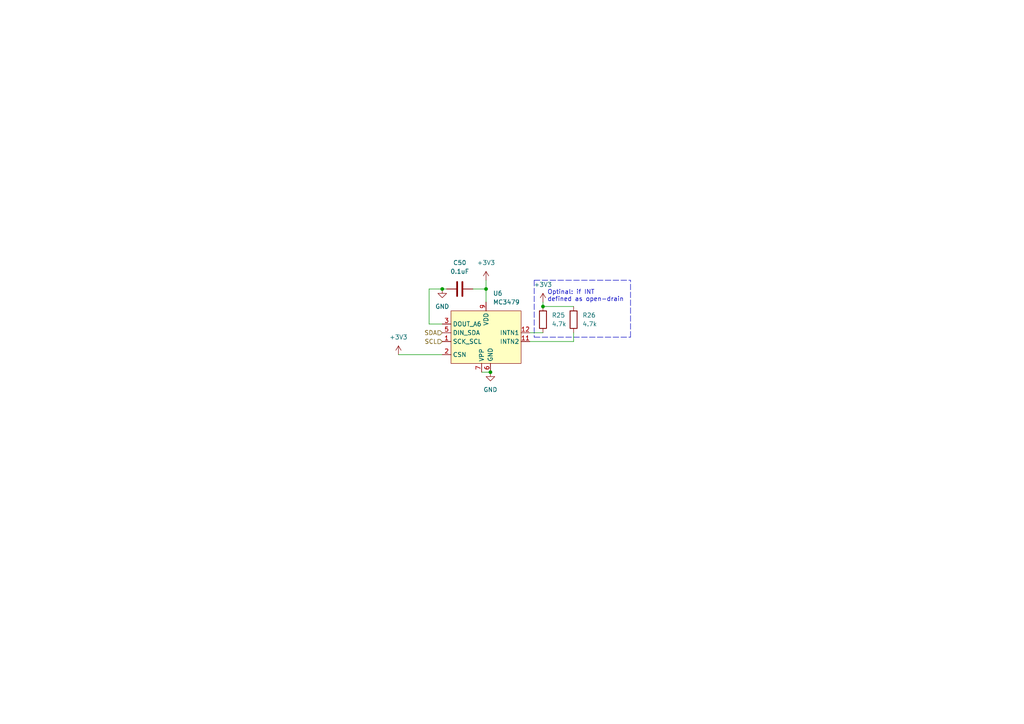
<source format=kicad_sch>
(kicad_sch (version 20211123) (generator eeschema)
  (paper "A4")
  (lib_symbols
    (symbol "Device:C" (pin_numbers hide) (pin_names (offset 0.254))
      (property "Reference" "C" (at 0.635 2.54 0))
      (property "Value" "C" (at 0.635 -2.54 0))
      (symbol "C_0_1"
        (polyline (pts (xy -2.032 -0.762) (xy 2.032 -0.762)) (stroke (width 0.508)))
        (polyline (pts (xy -2.032 0.762) (xy 2.032 0.762)) (stroke (width 0.508)))
      )
      (symbol "C_1_1"
        (pin passive line (at 0 3.81 270) (length 2.794) (name "~") (number "1"))
        (pin passive line (at 0 -3.81 90) (length 2.794) (name "~") (number "2"))
      )
    )
    (symbol "Device:R" (pin_numbers hide) (pin_names (offset 0))
      (property "Reference" "R" (at 2.032 0 90))
      (property "Value" "R" (at 0 0 90))
      (symbol "R_0_1"
        (rectangle (start -1.016 -2.54) (end 1.016 2.54) (stroke (width 0.254)))
      )
      (symbol "R_1_1"
        (pin passive line (at 0 3.81 270) (length 1.27) (name "~") (number "1"))
        (pin passive line (at 0 -3.81 90) (length 1.27) (name "~") (number "2"))
      )
    )
    (symbol "airsoft_controller:MC3479"
      (property "Reference" "U" (at 3.81 11.43 0))
      (property "Value" "MC3479" (at 6.35 8.89 0))
      (symbol "MC3479_0_0"
        (pin input line (at -12.7 -1.27 0) (length 2.54) (name "SCK_SCL") (number "1"))
        (pin no_connect line (at 10.16 3.81 180) (length 2.54) hide (name "NC") (number "10"))
        (pin output line (at 12.7 -1.27 180) (length 2.54) (name "INTN2") (number "11"))
        (pin output line (at 12.7 1.27 180) (length 2.54) (name "INTN1") (number "12"))
        (pin input line (at -12.7 -5.08 0) (length 2.54) (name "CSN") (number "2"))
        (pin output line (at -12.7 3.81 0) (length 2.54) (name "DOUT_A6") (number "3"))
        (pin no_connect line (at 10.16 -6.35 180) (length 2.54) hide (name "NC") (number "4"))
        (pin bidirectional line (at -12.7 1.27 0) (length 2.54) (name "DIN_SDA") (number "5"))
        (pin passive line (at 1.27 -10.16 90) (length 2.54) (name "GND") (number "6"))
        (pin passive line (at -1.27 -10.16 90) (length 2.54) (name "VPP") (number "7"))
        (pin no_connect line (at 10.16 -3.81 180) (length 2.54) hide (name "NC") (number "8"))
        (pin passive line (at 0 10.16 270) (length 2.54) (name "VDD") (number "9"))
      )
      (symbol "MC3479_0_1"
        (rectangle (start -10.16 7.62) (end 10.16 -7.62) (fill (type background)))
      )
    )
    (symbol "power:+3V3" (power) (pin_names (offset 0))
      (property "Value" "+3V3" (at 0 3.556 0))
      (symbol "+3V3_0_1"
        (polyline (pts (xy -0.762 1.27) (xy 0 2.54)))
        (polyline (pts (xy 0 0) (xy 0 2.54)))
        (polyline (pts (xy 0 2.54) (xy 0.762 1.27)))
      )
      (symbol "+3V3_1_1"
        (pin power_in line (at 0 0 90) (length 0) hide (name "+3V3") (number "1"))
      )
    )
    (symbol "power:GND" (power) (pin_names (offset 0))
      (property "Value" "GND" (at 0 -3.81 0))
      (symbol "GND_0_1"
        (polyline (pts (xy 0 0) (xy 0 -1.27) (xy 1.27 -1.27) (xy 0 -2.54) (xy -1.27 -1.27) (xy 0 -1.27)))
      )
      (symbol "GND_1_1"
        (pin power_in line (at 0 0 270) (length 0) hide (name "GND") (number "1"))
      )
    )
  )
  (junction (at 157.48 88.9))
  (junction (at 140.97 83.82))
  (junction (at 128.27 83.82))
  (junction (at 142.24 107.95))
  (wire (pts (xy 140.97 83.82) (xy 140.97 87.63)))
  (wire (pts (xy 137.16 83.82) (xy 140.97 83.82)))
  (wire (pts (xy 115.57 102.87) (xy 128.27 102.87)))
  (polyline (pts (xy 154.94 81.28) (xy 182.88 81.28)))
  (wire (pts (xy 124.46 83.82) (xy 128.27 83.82)))
  (wire (pts (xy 124.46 93.98) (xy 124.46 83.82)))
  (wire (pts (xy 153.67 96.52) (xy 157.48 96.52)))
  (polyline (pts (xy 154.94 81.28) (xy 154.94 97.79)))
  (polyline (pts (xy 154.94 97.79) (xy 182.88 97.79)))
  (wire (pts (xy 153.67 99.06) (xy 166.37 99.06)))
  (wire (pts (xy 166.37 99.06) (xy 166.37 96.52)))
  (wire (pts (xy 140.97 81.28) (xy 140.97 83.82)))
  (wire (pts (xy 157.48 88.9) (xy 166.37 88.9)))
  (polyline (pts (xy 182.88 97.79) (xy 182.88 81.28)))
  (wire (pts (xy 157.48 87.63) (xy 157.48 88.9)))
  (wire (pts (xy 128.27 83.82) (xy 129.54 83.82)))
  (wire (pts (xy 139.7 107.95) (xy 142.24 107.95)))
  (wire (pts (xy 128.27 93.98) (xy 124.46 93.98)))
  (text "Optinal: if INT \ndefined as open-drain" (at 158.75 87.63 0) (effects (font (size 1.27 1.27)) (justify left bottom)))
  (hierarchical_label "SCL" (shape input) (at 128.27 99.06 180))
  (hierarchical_label "SDA" (shape input) (at 128.27 96.52 180))
  (symbol (lib_id "Device:C") (at 133.35 83.82 90) (unit 1)
    (property "Reference" "C50" (at 133.35 76.2 90))
    (property "Value" "0.1uF" (at 133.35 78.74 90))
  )
  (symbol (lib_id "Device:R") (at 157.48 92.71 0) (unit 1)
    (property "Reference" "R25" (at 160.02 91.4399 0) (effects (justify left)))
    (property "Value" "4.7k" (at 160.02 93.9799 0) (effects (justify left)))
  )
  (symbol (lib_id "power:+3V3") (at 140.97 81.28 0) (unit 1)
    (property "Reference" "#PWR0152" (effects hide))
    (property "Value" "+3V3" (at 140.97 76.2 0))
  )
  (symbol (lib_id "power:+3V3") (at 115.57 102.87 0) (unit 1)
    (property "Reference" "#PWR0155" (effects hide))
    (property "Value" "+3V3" (at 115.57 97.79 0))
  )
  (symbol (lib_id "Device:R") (at 166.37 92.71 0) (unit 1)
    (property "Reference" "R26" (at 168.91 91.4399 0) (effects (justify left)))
    (property "Value" "4.7k" (at 168.91 93.9799 0) (effects (justify left)))
  )
  (symbol (lib_id "power:+3V3") (at 157.48 87.63 0) (unit 1)
    (property "Reference" "#PWR0154" (effects hide))
    (property "Value" "+3V3" (at 157.48 82.55 0))
  )
  (symbol (lib_id "airsoft_controller:MC3479") (at 140.97 97.79 0) (unit 1)
    (property "Reference" "U6" (at 142.9894 85.09 0) (effects (justify left)))
    (property "Value" "MC3479" (at 142.9894 87.63 0) (effects (justify left)))
    (property "Footprint" "Package_LGA:LGA-12_2x2mm_P0.5mm" (effects hide))
    (property "Datasheet" "https://www.mouser.ee/datasheet/2/821/20200827164636363-1900743.pdf" (effects hide))
  )
  (symbol (lib_id "power:GND") (at 128.27 83.82 0) (unit 1)
    (property "Reference" "#PWR0153" (effects hide))
    (property "Value" "GND" (at 128.27 88.9 0))
  )
  (symbol (lib_id "power:GND") (at 142.24 107.95 0) (unit 1)
    (property "Reference" "#PWR0156" (effects hide))
    (property "Value" "GND" (at 142.24 113.03 0))
  )
)
</source>
